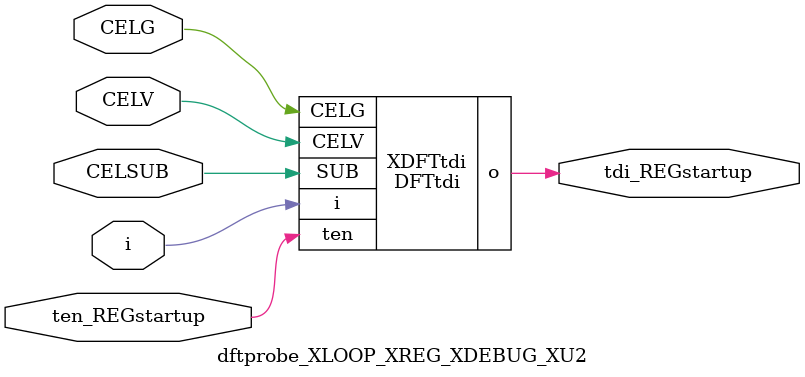
<source format=v>


module DFTtdi ( o, CELV, SUB, i, ten, CELG );

  input CELV;
  input ten;
  input i;
  output o;
  input CELG;
  input SUB;
endmodule


module dftprobe_XLOOP_XREG_XDEBUG_XU2 (i,tdi_REGstartup,ten_REGstartup,CELG,CELSUB,CELV);
input  i;
output  tdi_REGstartup;
input  ten_REGstartup;
input  CELG;
input  CELSUB;
input  CELV;

DFTtdi XDFTtdi(
  .i (i),
  .o (tdi_REGstartup),
  .ten (ten_REGstartup),
  .CELG (CELG),
  .SUB (CELSUB),
  .CELV (CELV)
);

endmodule


</source>
